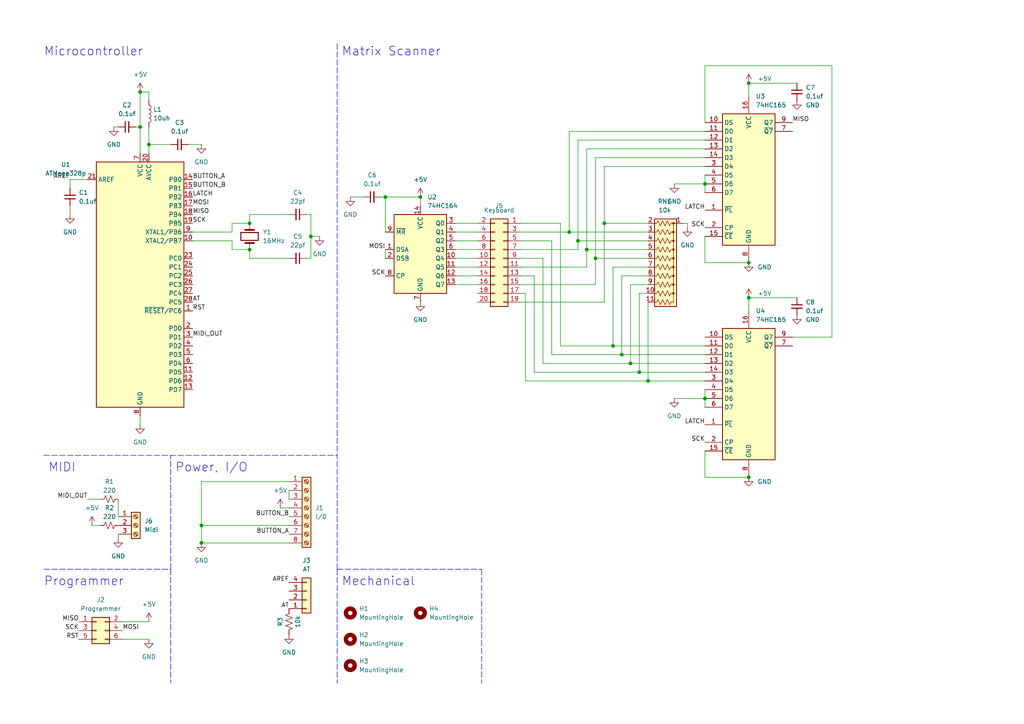
<source format=kicad_sch>
(kicad_sch (version 20211123) (generator eeschema)
  (paper "A4")
  (lib_symbols
    (symbol "4ms_Power-symbol:GND" (power) (pin_names (offset 0))
      (property "Value" "GND" (at 0 -3.81 0))
      (symbol "GND_0_1"
        (polyline (pts (xy 0 0) (xy 0 -1.27) (xy 1.27 -1.27) (xy 0 -2.54) (xy -1.27 -1.27) (xy 0 -1.27)))
      )
      (symbol "GND_1_1"
        (pin power_in line (at 0 0 270) (length 0) hide (name "GND") (number "1"))
      )
    )
    (symbol "74xx:74HC164"
      (property "Reference" "U" (at 1.905 -13.97 0))
      (property "Value" "74HC164" (at 1.905 -16.51 0))
      (symbol "74HC164_0_1"
        (rectangle (start 7.62 10.16) (end -7.62 -12.7) (stroke (width 0.254)) (fill (type background)))
      )
      (symbol "74HC164_1_1"
        (pin input line (at -10.16 0 0) (length 2.54) (name "DSA") (number "1"))
        (pin output line (at 10.16 -2.54 180) (length 2.54) (name "Q4") (number "10"))
        (pin output line (at 10.16 -5.08 180) (length 2.54) (name "Q5") (number "11"))
        (pin output line (at 10.16 -7.62 180) (length 2.54) (name "Q6") (number "12"))
        (pin output line (at 10.16 -10.16 180) (length 2.54) (name "Q7") (number "13"))
        (pin power_in line (at 0 12.7 270) (length 2.54) (name "VCC") (number "14"))
        (pin input line (at -10.16 -2.54 0) (length 2.54) (name "DSB") (number "2"))
        (pin output line (at 10.16 7.62 180) (length 2.54) (name "Q0") (number "3"))
        (pin output line (at 10.16 5.08 180) (length 2.54) (name "Q1") (number "4"))
        (pin output line (at 10.16 2.54 180) (length 2.54) (name "Q2") (number "5"))
        (pin output line (at 10.16 0 180) (length 2.54) (name "Q3") (number "6"))
        (pin power_in line (at 0 -15.24 90) (length 2.54) (name "GND") (number "7"))
        (pin input line (at -10.16 -7.62 0) (length 2.54) (name "CP") (number "8"))
        (pin input line (at -10.16 5.08 0) (length 2.54) (name "~{MR}") (number "9"))
      )
    )
    (symbol "74xx:74HC165"
      (property "Reference" "U" (at -7.62 19.05 0))
      (property "Value" "74HC165" (at -7.62 -21.59 0))
      (symbol "74HC165_1_0"
        (pin input line (at -12.7 -10.16 0) (length 5.08) (name "~{PL}") (number "1"))
        (pin input line (at -12.7 15.24 0) (length 5.08) (name "DS") (number "10"))
        (pin input line (at -12.7 12.7 0) (length 5.08) (name "D0") (number "11"))
        (pin input line (at -12.7 10.16 0) (length 5.08) (name "D1") (number "12"))
        (pin input line (at -12.7 7.62 0) (length 5.08) (name "D2") (number "13"))
        (pin input line (at -12.7 5.08 0) (length 5.08) (name "D3") (number "14"))
        (pin input line (at -12.7 -17.78 0) (length 5.08) (name "~{CE}") (number "15"))
        (pin power_in line (at 0 22.86 270) (length 5.08) (name "VCC") (number "16"))
        (pin input line (at -12.7 -15.24 0) (length 5.08) (name "CP") (number "2"))
        (pin input line (at -12.7 2.54 0) (length 5.08) (name "D4") (number "3"))
        (pin input line (at -12.7 0 0) (length 5.08) (name "D5") (number "4"))
        (pin input line (at -12.7 -2.54 0) (length 5.08) (name "D6") (number "5"))
        (pin input line (at -12.7 -5.08 0) (length 5.08) (name "D7") (number "6"))
        (pin output line (at 12.7 12.7 180) (length 5.08) (name "~{Q7}") (number "7"))
        (pin power_in line (at 0 -25.4 90) (length 5.08) (name "GND") (number "8"))
        (pin output line (at 12.7 15.24 180) (length 5.08) (name "Q7") (number "9"))
      )
      (symbol "74HC165_1_1"
        (rectangle (start -7.62 17.78) (end 7.62 -20.32) (stroke (width 0.254)) (fill (type background)))
      )
    )
    (symbol "Connector:Screw_Terminal_01x03" (pin_names (offset 1.016) hide)
      (property "Reference" "J" (at 0 5.08 0))
      (property "Value" "Screw_Terminal_01x03" (at 0 -5.08 0))
      (symbol "Screw_Terminal_01x03_1_1"
        (rectangle (start -1.27 3.81) (end 1.27 -3.81) (stroke (width 0.254)) (fill (type background)))
        (circle (center 0 -2.54) (radius 0.635) (stroke (width 0.1524)))
        (polyline (pts (xy -0.5334 -2.2098) (xy 0.3302 -3.048)) (stroke (width 0.1524)))
        (polyline (pts (xy -0.5334 0.3302) (xy 0.3302 -0.508)) (stroke (width 0.1524)))
        (polyline (pts (xy -0.5334 2.8702) (xy 0.3302 2.032)) (stroke (width 0.1524)))
        (polyline (pts (xy -0.3556 -2.032) (xy 0.508 -2.8702)) (stroke (width 0.1524)))
        (polyline (pts (xy -0.3556 0.508) (xy 0.508 -0.3302)) (stroke (width 0.1524)))
        (polyline (pts (xy -0.3556 3.048) (xy 0.508 2.2098)) (stroke (width 0.1524)))
        (circle (center 0 0) (radius 0.635) (stroke (width 0.1524)))
        (circle (center 0 2.54) (radius 0.635) (stroke (width 0.1524)))
        (pin passive line (at -5.08 2.54 0) (length 3.81) (name "Pin_1") (number "1"))
        (pin passive line (at -5.08 0 0) (length 3.81) (name "Pin_2") (number "2"))
        (pin passive line (at -5.08 -2.54 0) (length 3.81) (name "Pin_3") (number "3"))
      )
    )
    (symbol "Connector:Screw_Terminal_01x08" (pin_names (offset 1.016) hide)
      (property "Reference" "J" (at 0 10.16 0))
      (property "Value" "Screw_Terminal_01x08" (at 0 -12.7 0))
      (symbol "Screw_Terminal_01x08_1_1"
        (rectangle (start -1.27 8.89) (end 1.27 -11.43) (stroke (width 0.254)) (fill (type background)))
        (circle (center 0 -10.16) (radius 0.635) (stroke (width 0.1524)))
        (circle (center 0 -7.62) (radius 0.635) (stroke (width 0.1524)))
        (circle (center 0 -5.08) (radius 0.635) (stroke (width 0.1524)))
        (circle (center 0 -2.54) (radius 0.635) (stroke (width 0.1524)))
        (polyline (pts (xy -0.5334 -9.8298) (xy 0.3302 -10.668)) (stroke (width 0.1524)))
        (polyline (pts (xy -0.5334 -7.2898) (xy 0.3302 -8.128)) (stroke (width 0.1524)))
        (polyline (pts (xy -0.5334 -4.7498) (xy 0.3302 -5.588)) (stroke (width 0.1524)))
        (polyline (pts (xy -0.5334 -2.2098) (xy 0.3302 -3.048)) (stroke (width 0.1524)))
        (polyline (pts (xy -0.5334 0.3302) (xy 0.3302 -0.508)) (stroke (width 0.1524)))
        (polyline (pts (xy -0.5334 2.8702) (xy 0.3302 2.032)) (stroke (width 0.1524)))
        (polyline (pts (xy -0.5334 5.4102) (xy 0.3302 4.572)) (stroke (width 0.1524)))
        (polyline (pts (xy -0.5334 7.9502) (xy 0.3302 7.112)) (stroke (width 0.1524)))
        (polyline (pts (xy -0.3556 -9.652) (xy 0.508 -10.4902)) (stroke (width 0.1524)))
        (polyline (pts (xy -0.3556 -7.112) (xy 0.508 -7.9502)) (stroke (width 0.1524)))
        (polyline (pts (xy -0.3556 -4.572) (xy 0.508 -5.4102)) (stroke (width 0.1524)))
        (polyline (pts (xy -0.3556 -2.032) (xy 0.508 -2.8702)) (stroke (width 0.1524)))
        (polyline (pts (xy -0.3556 0.508) (xy 0.508 -0.3302)) (stroke (width 0.1524)))
        (polyline (pts (xy -0.3556 3.048) (xy 0.508 2.2098)) (stroke (width 0.1524)))
        (polyline (pts (xy -0.3556 5.588) (xy 0.508 4.7498)) (stroke (width 0.1524)))
        (polyline (pts (xy -0.3556 8.128) (xy 0.508 7.2898)) (stroke (width 0.1524)))
        (circle (center 0 0) (radius 0.635) (stroke (width 0.1524)))
        (circle (center 0 2.54) (radius 0.635) (stroke (width 0.1524)))
        (circle (center 0 5.08) (radius 0.635) (stroke (width 0.1524)))
        (circle (center 0 7.62) (radius 0.635) (stroke (width 0.1524)))
        (pin passive line (at -5.08 7.62 0) (length 3.81) (name "Pin_1") (number "1"))
        (pin passive line (at -5.08 5.08 0) (length 3.81) (name "Pin_2") (number "2"))
        (pin passive line (at -5.08 2.54 0) (length 3.81) (name "Pin_3") (number "3"))
        (pin passive line (at -5.08 0 0) (length 3.81) (name "Pin_4") (number "4"))
        (pin passive line (at -5.08 -2.54 0) (length 3.81) (name "Pin_5") (number "5"))
        (pin passive line (at -5.08 -5.08 0) (length 3.81) (name "Pin_6") (number "6"))
        (pin passive line (at -5.08 -7.62 0) (length 3.81) (name "Pin_7") (number "7"))
        (pin passive line (at -5.08 -10.16 0) (length 3.81) (name "Pin_8") (number "8"))
      )
    )
    (symbol "Connector_Generic:Conn_01x04" (pin_names (offset 1.016) hide)
      (property "Reference" "J" (at 0 5.08 0))
      (property "Value" "Conn_01x04" (at 0 -7.62 0))
      (symbol "Conn_01x04_1_1"
        (rectangle (start -1.27 -4.953) (end 0 -5.207) (stroke (width 0.1524)))
        (rectangle (start -1.27 -2.413) (end 0 -2.667) (stroke (width 0.1524)))
        (rectangle (start -1.27 0.127) (end 0 -0.127) (stroke (width 0.1524)))
        (rectangle (start -1.27 2.667) (end 0 2.413) (stroke (width 0.1524)))
        (rectangle (start -1.27 3.81) (end 1.27 -6.35) (stroke (width 0.254)) (fill (type background)))
        (pin passive line (at -5.08 2.54 0) (length 3.81) (name "Pin_1") (number "1"))
        (pin passive line (at -5.08 0 0) (length 3.81) (name "Pin_2") (number "2"))
        (pin passive line (at -5.08 -2.54 0) (length 3.81) (name "Pin_3") (number "3"))
        (pin passive line (at -5.08 -5.08 0) (length 3.81) (name "Pin_4") (number "4"))
      )
    )
    (symbol "Connector_Generic:Conn_02x03_Odd_Even" (pin_names (offset 1.016) hide)
      (property "Reference" "J" (at 1.27 5.08 0))
      (property "Value" "Conn_02x03_Odd_Even" (at 1.27 -5.08 0))
      (symbol "Conn_02x03_Odd_Even_1_1"
        (rectangle (start -1.27 -2.413) (end 0 -2.667) (stroke (width 0.1524)))
        (rectangle (start -1.27 0.127) (end 0 -0.127) (stroke (width 0.1524)))
        (rectangle (start -1.27 2.667) (end 0 2.413) (stroke (width 0.1524)))
        (rectangle (start -1.27 3.81) (end 3.81 -3.81) (stroke (width 0.254)) (fill (type background)))
        (rectangle (start 3.81 -2.413) (end 2.54 -2.667) (stroke (width 0.1524)))
        (rectangle (start 3.81 0.127) (end 2.54 -0.127) (stroke (width 0.1524)))
        (rectangle (start 3.81 2.667) (end 2.54 2.413) (stroke (width 0.1524)))
        (pin passive line (at -5.08 2.54 0) (length 3.81) (name "Pin_1") (number "1"))
        (pin passive line (at 7.62 2.54 180) (length 3.81) (name "Pin_2") (number "2"))
        (pin passive line (at -5.08 0 0) (length 3.81) (name "Pin_3") (number "3"))
        (pin passive line (at 7.62 0 180) (length 3.81) (name "Pin_4") (number "4"))
        (pin passive line (at -5.08 -2.54 0) (length 3.81) (name "Pin_5") (number "5"))
        (pin passive line (at 7.62 -2.54 180) (length 3.81) (name "Pin_6") (number "6"))
      )
    )
    (symbol "Connector_Generic:Conn_02x10_Odd_Even" (pin_names (offset 1.016) hide)
      (property "Reference" "J" (at 1.27 12.7 0))
      (property "Value" "Conn_02x10_Odd_Even" (at 1.27 -15.24 0))
      (symbol "Conn_02x10_Odd_Even_1_1"
        (rectangle (start -1.27 -12.573) (end 0 -12.827) (stroke (width 0.1524)))
        (rectangle (start -1.27 -10.033) (end 0 -10.287) (stroke (width 0.1524)))
        (rectangle (start -1.27 -7.493) (end 0 -7.747) (stroke (width 0.1524)))
        (rectangle (start -1.27 -4.953) (end 0 -5.207) (stroke (width 0.1524)))
        (rectangle (start -1.27 -2.413) (end 0 -2.667) (stroke (width 0.1524)))
        (rectangle (start -1.27 0.127) (end 0 -0.127) (stroke (width 0.1524)))
        (rectangle (start -1.27 2.667) (end 0 2.413) (stroke (width 0.1524)))
        (rectangle (start -1.27 5.207) (end 0 4.953) (stroke (width 0.1524)))
        (rectangle (start -1.27 7.747) (end 0 7.493) (stroke (width 0.1524)))
        (rectangle (start -1.27 10.287) (end 0 10.033) (stroke (width 0.1524)))
        (rectangle (start -1.27 11.43) (end 3.81 -13.97) (stroke (width 0.254)) (fill (type background)))
        (rectangle (start 3.81 -12.573) (end 2.54 -12.827) (stroke (width 0.1524)))
        (rectangle (start 3.81 -10.033) (end 2.54 -10.287) (stroke (width 0.1524)))
        (rectangle (start 3.81 -7.493) (end 2.54 -7.747) (stroke (width 0.1524)))
        (rectangle (start 3.81 -4.953) (end 2.54 -5.207) (stroke (width 0.1524)))
        (rectangle (start 3.81 -2.413) (end 2.54 -2.667) (stroke (width 0.1524)))
        (rectangle (start 3.81 0.127) (end 2.54 -0.127) (stroke (width 0.1524)))
        (rectangle (start 3.81 2.667) (end 2.54 2.413) (stroke (width 0.1524)))
        (rectangle (start 3.81 5.207) (end 2.54 4.953) (stroke (width 0.1524)))
        (rectangle (start 3.81 7.747) (end 2.54 7.493) (stroke (width 0.1524)))
        (rectangle (start 3.81 10.287) (end 2.54 10.033) (stroke (width 0.1524)))
        (pin passive line (at -5.08 10.16 0) (length 3.81) (name "Pin_1") (number "1"))
        (pin passive line (at 7.62 0 180) (length 3.81) (name "Pin_10") (number "10"))
        (pin passive line (at -5.08 -2.54 0) (length 3.81) (name "Pin_11") (number "11"))
        (pin passive line (at 7.62 -2.54 180) (length 3.81) (name "Pin_12") (number "12"))
        (pin passive line (at -5.08 -5.08 0) (length 3.81) (name "Pin_13") (number "13"))
        (pin passive line (at 7.62 -5.08 180) (length 3.81) (name "Pin_14") (number "14"))
        (pin passive line (at -5.08 -7.62 0) (length 3.81) (name "Pin_15") (number "15"))
        (pin passive line (at 7.62 -7.62 180) (length 3.81) (name "Pin_16") (number "16"))
        (pin passive line (at -5.08 -10.16 0) (length 3.81) (name "Pin_17") (number "17"))
        (pin passive line (at 7.62 -10.16 180) (length 3.81) (name "Pin_18") (number "18"))
        (pin passive line (at -5.08 -12.7 0) (length 3.81) (name "Pin_19") (number "19"))
        (pin passive line (at 7.62 10.16 180) (length 3.81) (name "Pin_2") (number "2"))
        (pin passive line (at 7.62 -12.7 180) (length 3.81) (name "Pin_20") (number "20"))
        (pin passive line (at -5.08 7.62 0) (length 3.81) (name "Pin_3") (number "3"))
        (pin passive line (at 7.62 7.62 180) (length 3.81) (name "Pin_4") (number "4"))
        (pin passive line (at -5.08 5.08 0) (length 3.81) (name "Pin_5") (number "5"))
        (pin passive line (at 7.62 5.08 180) (length 3.81) (name "Pin_6") (number "6"))
        (pin passive line (at -5.08 2.54 0) (length 3.81) (name "Pin_7") (number "7"))
        (pin passive line (at 7.62 2.54 180) (length 3.81) (name "Pin_8") (number "8"))
        (pin passive line (at -5.08 0 0) (length 3.81) (name "Pin_9") (number "9"))
      )
    )
    (symbol "Device:C_Small" (pin_numbers hide) (pin_names (offset 0.254) hide)
      (property "Reference" "C" (at 0.254 1.778 0))
      (property "Value" "C_Small" (at 0.254 -2.032 0))
      (symbol "C_Small_0_1"
        (polyline (pts (xy -1.524 -0.508) (xy 1.524 -0.508)) (stroke (width 0.3302)))
        (polyline (pts (xy -1.524 0.508) (xy 1.524 0.508)) (stroke (width 0.3048)))
      )
      (symbol "C_Small_1_1"
        (pin passive line (at 0 2.54 270) (length 2.032) (name "~") (number "1"))
        (pin passive line (at 0 -2.54 90) (length 2.032) (name "~") (number "2"))
      )
    )
    (symbol "Device:Crystal" (pin_numbers hide) (pin_names (offset 1.016) hide)
      (property "Reference" "Y" (at 0 3.81 0))
      (property "Value" "Crystal" (at 0 -3.81 0))
      (symbol "Crystal_0_1"
        (rectangle (start -1.143 2.54) (end 1.143 -2.54) (stroke (width 0.3048)))
        (polyline (pts (xy -2.54 0) (xy -1.905 0)))
        (polyline (pts (xy -1.905 -1.27) (xy -1.905 1.27)) (stroke (width 0.508)))
        (polyline (pts (xy 1.905 -1.27) (xy 1.905 1.27)) (stroke (width 0.508)))
        (polyline (pts (xy 2.54 0) (xy 1.905 0)))
      )
      (symbol "Crystal_1_1"
        (pin passive line (at -3.81 0 0) (length 1.27) (name "1") (number "1"))
        (pin passive line (at 3.81 0 180) (length 1.27) (name "2") (number "2"))
      )
    )
    (symbol "Device:L" (pin_numbers hide) (pin_names (offset 1.016) hide)
      (property "Reference" "L" (at -1.27 0 90))
      (property "Value" "L" (at 1.905 0 90))
      (symbol "L_0_1"
        (arc (start 0 -2.54) (mid 0.635 -1.905) (end 0 -1.27))
        (arc (start 0 -1.27) (mid 0.635 -0.635) (end 0 0))
        (arc (start 0 0) (mid 0.635 0.635) (end 0 1.27))
        (arc (start 0 1.27) (mid 0.635 1.905) (end 0 2.54))
      )
      (symbol "L_1_1"
        (pin passive line (at 0 3.81 270) (length 1.27) (name "1") (number "1"))
        (pin passive line (at 0 -3.81 90) (length 1.27) (name "2") (number "2"))
      )
    )
    (symbol "Device:R_Network10_US" (pin_names (offset 0) hide)
      (property "Reference" "RN" (at -15.24 0 90))
      (property "Value" "R_Network10_US" (at 12.7 0 90))
      (symbol "R_Network10_US_0_1"
        (rectangle (start -13.97 -3.175) (end 11.43 3.175) (stroke (width 0.254)) (fill (type background)))
        (circle (center -12.7 2.286) (radius 0.254) (fill (type outline)))
        (circle (center -10.16 2.286) (radius 0.254) (fill (type outline)))
        (circle (center -7.62 2.286) (radius 0.254) (fill (type outline)))
        (circle (center -5.08 2.286) (radius 0.254) (fill (type outline)))
        (circle (center -2.54 2.286) (radius 0.254) (fill (type outline)))
        (polyline (pts (xy -12.7 2.286) (xy 10.16 2.286)))
        (polyline (pts (xy -12.7 2.286) (xy -12.7 1.524) (xy -11.938 1.1684) (xy -13.462 0.508) (xy -11.938 -0.1524) (xy -13.462 -0.8382) (xy -11.938 -1.524) (xy -13.462 -2.1844) (xy -12.7 -2.54) (xy -12.7 -3.81)))
        (polyline (pts (xy -10.16 2.286) (xy -10.16 1.524) (xy -9.398 1.1684) (xy -10.922 0.508) (xy -9.398 -0.1524) (xy -10.922 -0.8382) (xy -9.398 -1.524) (xy -10.922 -2.1844) (xy -10.16 -2.54) (xy -10.16 -3.81)))
        (polyline (pts (xy -7.62 2.286) (xy -7.62 1.524) (xy -6.858 1.1684) (xy -8.382 0.508) (xy -6.858 -0.1524) (xy -8.382 -0.8382) (xy -6.858 -1.524) (xy -8.382 -2.1844) (xy -7.62 -2.54) (xy -7.62 -3.81)))
        (polyline (pts (xy -5.08 2.286) (xy -5.08 1.524) (xy -4.318 1.1684) (xy -5.842 0.508) (xy -4.318 -0.1524) (xy -5.842 -0.8382) (xy -4.318 -1.524) (xy -5.842 -2.1844) (xy -5.08 -2.54) (xy -5.08 -3.81)))
        (polyline (pts (xy -2.54 2.286) (xy -2.54 1.524) (xy -1.778 1.1684) (xy -3.302 0.508) (xy -1.778 -0.1524) (xy -3.302 -0.8382) (xy -1.778 -1.524) (xy -3.302 -2.1844) (xy -2.54 -2.54) (xy -2.54 -3.81)))
        (polyline (pts (xy 0 2.286) (xy 0 1.524) (xy 0.762 1.1684) (xy -0.762 0.508) (xy 0.762 -0.1524) (xy -0.762 -0.8382) (xy 0.762 -1.524) (xy -0.762 -2.1844) (xy 0 -2.54) (xy 0 -3.81)))
        (polyline (pts (xy 2.54 2.286) (xy 2.54 1.524) (xy 3.302 1.1684) (xy 1.778 0.508) (xy 3.302 -0.1524) (xy 1.778 -0.8382) (xy 3.302 -1.524) (xy 1.778 -2.1844) (xy 2.54 -2.54) (xy 2.54 -3.81)))
        (polyline (pts (xy 5.08 2.286) (xy 5.08 1.524) (xy 5.842 1.1684) (xy 4.318 0.508) (xy 5.842 -0.1524) (xy 4.318 -0.8382) (xy 5.842 -1.524) (xy 4.318 -2.1844) (xy 5.08 -2.54) (xy 5.08 -3.81)))
        (polyline (pts (xy 7.62 2.286) (xy 7.62 1.524) (xy 8.382 1.1684) (xy 6.858 0.508) (xy 8.382 -0.1524) (xy 6.858 -0.8382) (xy 8.382 -1.524) (xy 6.858 -2.1844) (xy 7.62 -2.54) (xy 7.62 -3.81)))
        (polyline (pts (xy 10.16 2.286) (xy 10.16 1.524) (xy 10.922 1.1684) (xy 9.398 0.508) (xy 10.922 -0.1524) (xy 9.398 -0.8382) (xy 10.922 -1.524) (xy 9.398 -2.1844) (xy 10.16 -2.54) (xy 10.16 -3.81)))
        (circle (center 0 2.286) (radius 0.254) (fill (type outline)))
        (circle (center 2.54 2.286) (radius 0.254) (fill (type outline)))
        (circle (center 5.08 2.286) (radius 0.254) (fill (type outline)))
        (circle (center 7.62 2.286) (radius 0.254) (fill (type outline)))
      )
      (symbol "R_Network10_US_1_1"
        (pin passive line (at -12.7 5.08 270) (length 2.54) (name "common") (number "1"))
        (pin passive line (at 7.62 -5.08 90) (length 1.27) (name "R9") (number "10"))
        (pin passive line (at 10.16 -5.08 90) (length 1.27) (name "R10") (number "11"))
        (pin passive line (at -12.7 -5.08 90) (length 1.27) (name "R1") (number "2"))
        (pin passive line (at -10.16 -5.08 90) (length 1.27) (name "R2") (number "3"))
        (pin passive line (at -7.62 -5.08 90) (length 1.27) (name "R3") (number "4"))
        (pin passive line (at -5.08 -5.08 90) (length 1.27) (name "R4") (number "5"))
        (pin passive line (at -2.54 -5.08 90) (length 1.27) (name "R5") (number "6"))
        (pin passive line (at 0 -5.08 90) (length 1.27) (name "R6") (number "7"))
        (pin passive line (at 2.54 -5.08 90) (length 1.27) (name "R7") (number "8"))
        (pin passive line (at 5.08 -5.08 90) (length 1.27) (name "R8") (number "9"))
      )
    )
    (symbol "Device:R_Small_US" (pin_numbers hide) (pin_names (offset 0.254) hide)
      (property "Reference" "R" (at 0.762 0.508 0))
      (property "Value" "R_Small_US" (at 0.762 -1.016 0))
      (symbol "R_Small_US_1_1"
        (polyline (pts (xy 0 0) (xy 1.016 -0.381) (xy 0 -0.762) (xy -1.016 -1.143) (xy 0 -1.524)))
        (polyline (pts (xy 0 1.524) (xy 1.016 1.143) (xy 0 0.762) (xy -1.016 0.381) (xy 0 0)))
        (pin passive line (at 0 2.54 270) (length 1.016) (name "~") (number "1"))
        (pin passive line (at 0 -2.54 90) (length 1.016) (name "~") (number "2"))
      )
    )
    (symbol "Device:R_US" (pin_numbers hide) (pin_names (offset 0))
      (property "Reference" "R" (at 2.54 0 90))
      (property "Value" "R_US" (at -2.54 0 90))
      (symbol "R_US_0_1"
        (polyline (pts (xy 0 -2.286) (xy 0 -2.54)))
        (polyline (pts (xy 0 2.286) (xy 0 2.54)))
        (polyline (pts (xy 0 -0.762) (xy 1.016 -1.143) (xy 0 -1.524) (xy -1.016 -1.905) (xy 0 -2.286)))
        (polyline (pts (xy 0 0.762) (xy 1.016 0.381) (xy 0 0) (xy -1.016 -0.381) (xy 0 -0.762)))
        (polyline (pts (xy 0 2.286) (xy 1.016 1.905) (xy 0 1.524) (xy -1.016 1.143) (xy 0 0.762)))
      )
      (symbol "R_US_1_1"
        (pin passive line (at 0 3.81 270) (length 1.27) (name "~") (number "1"))
        (pin passive line (at 0 -3.81 90) (length 1.27) (name "~") (number "2"))
      )
    )
    (symbol "MCU_Microchip_ATmega:ATmega328P-P"
      (property "Reference" "U" (at -12.7 36.83 0))
      (property "Value" "ATmega328P-P" (at 2.54 -36.83 0))
      (symbol "ATmega328P-P_0_1"
        (rectangle (start -12.7 -35.56) (end 12.7 35.56) (stroke (width 0.254)) (fill (type background)))
      )
      (symbol "ATmega328P-P_1_1"
        (pin bidirectional line (at 15.24 -7.62 180) (length 2.54) (name "~{RESET}/PC6") (number "1"))
        (pin bidirectional line (at 15.24 12.7 180) (length 2.54) (name "XTAL2/PB7") (number "10"))
        (pin bidirectional line (at 15.24 -25.4 180) (length 2.54) (name "PD5") (number "11"))
        (pin bidirectional line (at 15.24 -27.94 180) (length 2.54) (name "PD6") (number "12"))
        (pin bidirectional line (at 15.24 -30.48 180) (length 2.54) (name "PD7") (number "13"))
        (pin bidirectional line (at 15.24 30.48 180) (length 2.54) (name "PB0") (number "14"))
        (pin bidirectional line (at 15.24 27.94 180) (length 2.54) (name "PB1") (number "15"))
        (pin bidirectional line (at 15.24 25.4 180) (length 2.54) (name "PB2") (number "16"))
        (pin bidirectional line (at 15.24 22.86 180) (length 2.54) (name "PB3") (number "17"))
        (pin bidirectional line (at 15.24 20.32 180) (length 2.54) (name "PB4") (number "18"))
        (pin bidirectional line (at 15.24 17.78 180) (length 2.54) (name "PB5") (number "19"))
        (pin bidirectional line (at 15.24 -12.7 180) (length 2.54) (name "PD0") (number "2"))
        (pin power_in line (at 2.54 38.1 270) (length 2.54) (name "AVCC") (number "20"))
        (pin passive line (at -15.24 30.48 0) (length 2.54) (name "AREF") (number "21"))
        (pin passive line (at 0 -38.1 90) (length 2.54) hide (name "GND") (number "22"))
        (pin bidirectional line (at 15.24 7.62 180) (length 2.54) (name "PC0") (number "23"))
        (pin bidirectional line (at 15.24 5.08 180) (length 2.54) (name "PC1") (number "24"))
        (pin bidirectional line (at 15.24 2.54 180) (length 2.54) (name "PC2") (number "25"))
        (pin bidirectional line (at 15.24 0 180) (length 2.54) (name "PC3") (number "26"))
        (pin bidirectional line (at 15.24 -2.54 180) (length 2.54) (name "PC4") (number "27"))
        (pin bidirectional line (at 15.24 -5.08 180) (length 2.54) (name "PC5") (number "28"))
        (pin bidirectional line (at 15.24 -15.24 180) (length 2.54) (name "PD1") (number "3"))
        (pin bidirectional line (at 15.24 -17.78 180) (length 2.54) (name "PD2") (number "4"))
        (pin bidirectional line (at 15.24 -20.32 180) (length 2.54) (name "PD3") (number "5"))
        (pin bidirectional line (at 15.24 -22.86 180) (length 2.54) (name "PD4") (number "6"))
        (pin power_in line (at 0 38.1 270) (length 2.54) (name "VCC") (number "7"))
        (pin power_in line (at 0 -38.1 90) (length 2.54) (name "GND") (number "8"))
        (pin bidirectional line (at 15.24 15.24 180) (length 2.54) (name "XTAL1/PB6") (number "9"))
      )
    )
    (symbol "Mechanical:MountingHole" (pin_names (offset 1.016))
      (property "Reference" "H" (at 0 5.08 0))
      (property "Value" "MountingHole" (at 0 3.175 0))
      (symbol "MountingHole_0_1"
        (circle (center 0 0) (radius 1.27) (stroke (width 1.27)))
      )
    )
    (symbol "power:+5V" (power) (pin_names (offset 0))
      (property "Value" "+5V" (at 0 3.556 0))
      (symbol "+5V_0_1"
        (polyline (pts (xy -0.762 1.27) (xy 0 2.54)))
        (polyline (pts (xy 0 0) (xy 0 2.54)))
        (polyline (pts (xy 0 2.54) (xy 0.762 1.27)))
      )
      (symbol "+5V_1_1"
        (pin power_in line (at 0 0 90) (length 0) hide (name "+5V") (number "1"))
      )
    )
    (symbol "power:GND" (power) (pin_names (offset 0))
      (property "Value" "GND" (at 0 -3.81 0))
      (symbol "GND_0_1"
        (polyline (pts (xy 0 0) (xy 0 -1.27) (xy 1.27 -1.27) (xy 0 -2.54) (xy -1.27 -1.27) (xy 0 -1.27)))
      )
      (symbol "GND_1_1"
        (pin power_in line (at 0 0 270) (length 0) hide (name "GND") (number "1"))
      )
    )
  )
  (junction (at 167.64 69.85))
  (junction (at 40.64 36.83))
  (junction (at 182.88 105.41))
  (junction (at 72.39 64.77))
  (junction (at 217.17 86.36))
  (junction (at 111.76 57.15))
  (junction (at 43.18 41.91))
  (junction (at 180.34 102.87))
  (junction (at 217.17 24.13))
  (junction (at 121.92 57.15))
  (junction (at 90.17 68.58))
  (junction (at 185.42 107.95))
  (junction (at 177.8 100.33))
  (junction (at 58.42 152.4))
  (junction (at 217.17 76.2))
  (junction (at 40.64 26.67))
  (junction (at 175.26 64.77))
  (junction (at 172.72 74.93))
  (junction (at 170.18 72.39))
  (junction (at 72.39 72.39))
  (junction (at 204.47 53.34))
  (junction (at 165.1 67.31))
  (junction (at 217.17 138.43))
  (junction (at 187.96 110.49))
  (junction (at 204.47 115.57))
  (junction (at 58.42 157.48))
  (polyline (pts (xy 97.79 165.1) (xy 139.7 165.1)))
  (wire (pts (xy 162.56 64.77) (xy 162.56 100.33)))
  (wire (pts (xy 35.56 180.34) (xy 43.18 180.34)))
  (polyline (pts (xy 97.79 12.7) (xy 97.79 132.08)))
  (wire (pts (xy 199.39 64.77) (xy 198.12 64.77)))
  (wire (pts (xy 167.64 69.85) (xy 167.64 72.39)))
  (wire (pts (xy 170.18 72.39) (xy 170.18 77.47)))
  (wire (pts (xy 101.6 57.15) (xy 105.41 57.15)))
  (wire (pts (xy 132.08 74.93) (xy 138.43 74.93)))
  (wire (pts (xy 204.47 115.57) (xy 204.47 118.11)))
  (wire (pts (xy 177.8 77.47) (xy 177.8 100.33)))
  (wire (pts (xy 72.39 72.39) (xy 72.39 74.93)))
  (wire (pts (xy 90.17 68.58) (xy 92.71 68.58)))
  (wire (pts (xy 67.31 67.31) (xy 67.31 64.77)))
  (wire (pts (xy 39.37 36.83) (xy 40.64 36.83)))
  (wire (pts (xy 152.4 85.09) (xy 151.13 85.09)))
  (wire (pts (xy 35.56 185.42) (xy 43.18 185.42)))
  (wire (pts (xy 175.26 48.26) (xy 204.47 48.26)))
  (wire (pts (xy 172.72 45.72) (xy 172.72 74.93)))
  (wire (pts (xy 20.32 52.07) (xy 20.32 54.61)))
  (wire (pts (xy 67.31 72.39) (xy 72.39 72.39)))
  (wire (pts (xy 175.26 48.26) (xy 175.26 64.77)))
  (wire (pts (xy 170.18 72.39) (xy 187.96 72.39)))
  (wire (pts (xy 90.17 68.58) (xy 90.17 74.93)))
  (wire (pts (xy 83.82 139.7) (xy 58.42 139.7)))
  (wire (pts (xy 177.8 100.33) (xy 204.47 100.33)))
  (wire (pts (xy 204.47 53.34) (xy 204.47 55.88)))
  (wire (pts (xy 195.58 53.34) (xy 204.47 53.34)))
  (wire (pts (xy 204.47 19.05) (xy 204.47 35.56)))
  (wire (pts (xy 151.13 80.01) (xy 154.94 80.01)))
  (wire (pts (xy 162.56 100.33) (xy 177.8 100.33)))
  (wire (pts (xy 58.42 152.4) (xy 83.82 152.4)))
  (wire (pts (xy 241.3 19.05) (xy 204.47 19.05)))
  (wire (pts (xy 151.13 64.77) (xy 162.56 64.77)))
  (wire (pts (xy 43.18 41.91) (xy 43.18 44.45)))
  (wire (pts (xy 151.13 74.93) (xy 157.48 74.93)))
  (wire (pts (xy 185.42 107.95) (xy 204.47 107.95)))
  (wire (pts (xy 26.67 152.4) (xy 29.21 152.4)))
  (wire (pts (xy 182.88 105.41) (xy 204.47 105.41)))
  (wire (pts (xy 33.02 36.83) (xy 34.29 36.83)))
  (wire (pts (xy 132.08 77.47) (xy 138.43 77.47)))
  (wire (pts (xy 217.17 86.36) (xy 217.17 90.17)))
  (wire (pts (xy 182.88 82.55) (xy 182.88 105.41)))
  (wire (pts (xy 204.47 50.8) (xy 204.47 53.34)))
  (wire (pts (xy 72.39 74.93) (xy 83.82 74.93)))
  (wire (pts (xy 40.64 120.65) (xy 40.64 123.19)))
  (wire (pts (xy 241.3 19.05) (xy 241.3 97.79)))
  (polyline (pts (xy 49.53 165.1) (xy 49.53 198.12)))
  (wire (pts (xy 25.4 144.78) (xy 29.21 144.78)))
  (wire (pts (xy 175.26 64.77) (xy 175.26 87.63)))
  (wire (pts (xy 151.13 87.63) (xy 175.26 87.63)))
  (wire (pts (xy 34.29 156.21) (xy 34.29 154.94)))
  (wire (pts (xy 40.64 26.67) (xy 40.64 36.83)))
  (wire (pts (xy 165.1 38.1) (xy 204.47 38.1)))
  (wire (pts (xy 217.17 24.13) (xy 217.17 27.94)))
  (wire (pts (xy 43.18 26.67) (xy 43.18 29.21)))
  (wire (pts (xy 132.08 82.55) (xy 138.43 82.55)))
  (polyline (pts (xy 12.7 132.08) (xy 97.79 132.08)))
  (wire (pts (xy 72.39 62.23) (xy 83.82 62.23)))
  (wire (pts (xy 187.96 110.49) (xy 204.47 110.49)))
  (polyline (pts (xy 97.79 165.1) (xy 97.79 132.08)))
  (wire (pts (xy 67.31 64.77) (xy 72.39 64.77)))
  (wire (pts (xy 90.17 62.23) (xy 88.9 62.23)))
  (wire (pts (xy 187.96 77.47) (xy 177.8 77.47)))
  (wire (pts (xy 43.18 41.91) (xy 49.53 41.91)))
  (wire (pts (xy 160.02 69.85) (xy 160.02 102.87)))
  (wire (pts (xy 152.4 85.09) (xy 152.4 110.49)))
  (wire (pts (xy 121.92 59.69) (xy 121.92 57.15)))
  (wire (pts (xy 58.42 152.4) (xy 58.42 157.48)))
  (wire (pts (xy 83.82 142.24) (xy 83.82 144.78)))
  (polyline (pts (xy 49.53 165.1) (xy 49.53 132.08)))
  (wire (pts (xy 185.42 85.09) (xy 185.42 107.95)))
  (wire (pts (xy 132.08 72.39) (xy 138.43 72.39)))
  (wire (pts (xy 81.28 147.32) (xy 83.82 147.32)))
  (wire (pts (xy 152.4 110.49) (xy 187.96 110.49)))
  (wire (pts (xy 157.48 74.93) (xy 157.48 105.41)))
  (wire (pts (xy 165.1 67.31) (xy 187.96 67.31)))
  (wire (pts (xy 167.64 40.64) (xy 204.47 40.64)))
  (wire (pts (xy 55.88 67.31) (xy 67.31 67.31)))
  (wire (pts (xy 187.96 82.55) (xy 182.88 82.55)))
  (wire (pts (xy 20.32 59.69) (xy 20.32 62.23)))
  (polyline (pts (xy 97.79 165.1) (xy 97.79 198.12)))
  (wire (pts (xy 58.42 157.48) (xy 83.82 157.48)))
  (wire (pts (xy 180.34 102.87) (xy 204.47 102.87)))
  (wire (pts (xy 204.47 130.81) (xy 204.47 138.43)))
  (wire (pts (xy 199.39 66.04) (xy 199.39 64.77)))
  (wire (pts (xy 55.88 69.85) (xy 67.31 69.85)))
  (wire (pts (xy 170.18 43.18) (xy 204.47 43.18)))
  (wire (pts (xy 72.39 64.77) (xy 72.39 62.23)))
  (wire (pts (xy 111.76 57.15) (xy 111.76 67.31)))
  (wire (pts (xy 157.48 105.41) (xy 182.88 105.41)))
  (wire (pts (xy 132.08 67.31) (xy 138.43 67.31)))
  (wire (pts (xy 40.64 36.83) (xy 40.64 44.45)))
  (wire (pts (xy 167.64 69.85) (xy 187.96 69.85)))
  (wire (pts (xy 165.1 38.1) (xy 165.1 67.31)))
  (wire (pts (xy 58.42 139.7) (xy 58.42 152.4)))
  (wire (pts (xy 204.47 68.58) (xy 204.47 76.2)))
  (wire (pts (xy 204.47 113.03) (xy 204.47 115.57)))
  (wire (pts (xy 204.47 138.43) (xy 217.17 138.43)))
  (wire (pts (xy 40.64 26.67) (xy 43.18 26.67)))
  (wire (pts (xy 180.34 80.01) (xy 180.34 102.87)))
  (wire (pts (xy 241.3 97.79) (xy 229.87 97.79)))
  (wire (pts (xy 175.26 64.77) (xy 187.96 64.77)))
  (wire (pts (xy 111.76 57.15) (xy 110.49 57.15)))
  (wire (pts (xy 172.72 74.93) (xy 187.96 74.93)))
  (wire (pts (xy 160.02 102.87) (xy 180.34 102.87)))
  (wire (pts (xy 90.17 62.23) (xy 90.17 68.58)))
  (wire (pts (xy 154.94 107.95) (xy 185.42 107.95)))
  (wire (pts (xy 151.13 69.85) (xy 160.02 69.85)))
  (wire (pts (xy 43.18 36.83) (xy 43.18 41.91)))
  (wire (pts (xy 172.72 74.93) (xy 172.72 82.55)))
  (wire (pts (xy 132.08 64.77) (xy 138.43 64.77)))
  (wire (pts (xy 111.76 72.39) (xy 111.76 74.93)))
  (wire (pts (xy 195.58 115.57) (xy 204.47 115.57)))
  (wire (pts (xy 25.4 52.07) (xy 20.32 52.07)))
  (wire (pts (xy 172.72 45.72) (xy 204.47 45.72)))
  (wire (pts (xy 187.96 87.63) (xy 187.96 110.49)))
  (wire (pts (xy 187.96 85.09) (xy 185.42 85.09)))
  (wire (pts (xy 67.31 69.85) (xy 67.31 72.39)))
  (polyline (pts (xy 12.7 165.1) (xy 49.53 165.1)))
  (wire (pts (xy 132.08 80.01) (xy 138.43 80.01)))
  (wire (pts (xy 170.18 43.18) (xy 170.18 72.39)))
  (wire (pts (xy 217.17 24.13) (xy 231.14 24.13)))
  (wire (pts (xy 187.96 80.01) (xy 180.34 80.01)))
  (wire (pts (xy 151.13 67.31) (xy 165.1 67.31)))
  (wire (pts (xy 90.17 74.93) (xy 88.9 74.93)))
  (wire (pts (xy 204.47 76.2) (xy 217.17 76.2)))
  (wire (pts (xy 154.94 80.01) (xy 154.94 107.95)))
  (wire (pts (xy 132.08 69.85) (xy 138.43 69.85)))
  (wire (pts (xy 151.13 77.47) (xy 170.18 77.47)))
  (wire (pts (xy 167.64 40.64) (xy 167.64 69.85)))
  (wire (pts (xy 54.61 41.91) (xy 58.42 41.91)))
  (wire (pts (xy 121.92 57.15) (xy 111.76 57.15)))
  (polyline (pts (xy 139.7 165.1) (xy 139.7 198.12)))
  (wire (pts (xy 151.13 72.39) (xy 167.64 72.39)))
  (wire (pts (xy 217.17 86.36) (xy 231.14 86.36)))
  (wire (pts (xy 34.29 144.78) (xy 34.29 149.86)))
  (wire (pts (xy 172.72 82.55) (xy 151.13 82.55)))
  (text "Mechanical" (at 99.06 170.18 0) (effects (font (size 2.54 2.54)) (justify left bottom)))
  (text "Matrix Scanner" (at 99.06 16.51 0) (effects (font (size 2.54 2.54)) (justify left bottom)))
  (text "Microcontroller" (at 12.7 16.51 0) (effects (font (size 2.54 2.54)) (justify left bottom)))
  (text "Power, I/O" (at 50.8 137.16 0) (effects (font (size 2.54 2.54)) (justify left bottom)))
  (text "Programmer" (at 12.7 170.18 0) (effects (font (size 2.54 2.54)) (justify left bottom)))
  (text "MIDI" (at 13.97 137.16 0) (effects (font (size 2.54 2.54)) (justify left bottom)))
  (label "BUTTON_A" (at 55.88 52.07 0))
  (label "SCK" (at 204.47 128.27 180))
  (label "LATCH" (at 204.47 123.19 180))
  (label "SCK" (at 55.88 64.77 0))
  (label "SCK" (at 111.76 80.01 180))
  (label "AT" (at 83.82 176.53 180))
  (label "LATCH" (at 204.47 60.96 180))
  (label "RST" (at 55.88 90.17 0))
  (label "BUTTON_B" (at 55.88 54.61 0))
  (label "MIDI_OUT" (at 55.88 97.79 0))
  (label "MOSI" (at 55.88 59.69 0))
  (label "BUTTON_B" (at 83.82 149.86 180))
  (label "SCK" (at 204.47 66.04 180))
  (label "AREF" (at 20.32 52.07 180))
  (label "MIDI_OUT" (at 25.4 144.78 180))
  (label "BUTTON_A" (at 83.82 154.94 180))
  (label "MOSI" (at 35.56 182.88 0))
  (label "SCK" (at 22.86 182.88 180))
  (label "MOSI" (at 111.76 72.39 180))
  (label "AREF" (at 83.82 168.91 180))
  (label "MISO" (at 229.87 35.56 0))
  (label "AT" (at 55.88 87.63 0))
  (label "MISO" (at 22.86 180.34 180))
  (label "LATCH" (at 55.88 57.15 0))
  (label "MISO" (at 55.88 62.23 0))
  (label "RST" (at 22.86 185.42 180))
  (symbol (lib_id "74xx:74HC165") (at 217.17 50.8 0) (unit 1)
    (property "Reference" "U3" (at 219.1894 27.94 0) (effects (justify left)))
    (property "Value" "74HC165" (at 219.1894 30.48 0) (effects (justify left)))
    (property "Footprint" "Package_DIP:DIP-16_W7.62mm_Socket" (effects hide))
    (property "Datasheet" "https://assets.nexperia.com/documents/data-sheet/74HC_HCT165.pdf" (effects hide))
  )
  (symbol (lib_id "Device:R_Small_US") (at 31.75 152.4 90) (unit 1)
    (property "Reference" "R2" (at 31.75 147.32 90))
    (property "Value" "220" (at 31.75 149.86 90))
    (property "Footprint" "Resistor_THT:R_Axial_DIN0207_L6.3mm_D2.5mm_P7.62mm_Horizontal" (effects hide))
  )
  (symbol (lib_id "Device:C_Small") (at 231.14 88.9 0) (unit 1)
    (property "Reference" "C8" (at 233.68 87.6362 0) (effects (justify left)))
    (property "Value" "0.1uf" (at 233.68 90.1762 0) (effects (justify left)))
    (property "Footprint" "Capacitor_THT:C_Disc_D5.0mm_W2.5mm_P2.50mm" (effects hide))
  )
  (symbol (lib_id "4ms_Power-symbol:GND") (at 195.58 115.57 0) (unit 1)
    (property "Reference" "#PWR019" (effects hide))
    (property "Value" "GND" (at 195.58 120.65 0))
  )
  (symbol (lib_id "power:GND") (at 101.6 57.15 0) (unit 1)
    (property "Reference" "#PWR014" (effects hide))
    (property "Value" "GND" (at 101.6 62.23 0))
  )
  (symbol (lib_id "power:GND") (at 20.32 62.23 0) (unit 1)
    (property "Reference" "#PWR01" (effects hide))
    (property "Value" "GND" (at 20.32 67.31 0))
  )
  (symbol (lib_id "Connector:Screw_Terminal_01x08") (at 88.9 147.32 0) (unit 1)
    (property "Reference" "J1" (at 91.44 147.3199 0) (effects (justify left)))
    (property "Value" "I/0" (at 91.44 149.8599 0) (effects (justify left)))
    (property "Footprint" "TerminalBlock_Altech:Altech_AK300_1x08_P5.00mm_45-Degree" (effects hide))
  )
  (symbol (lib_id "Device:C_Small") (at 52.07 41.91 90) (unit 1)
    (property "Reference" "C3" (at 52.0763 35.56 90))
    (property "Value" "0.1uf" (at 52.0763 38.1 90))
    (property "Footprint" "Capacitor_THT:C_Disc_D5.0mm_W2.5mm_P2.50mm" (effects hide))
  )
  (symbol (lib_id "power:+5V") (at 217.17 86.36 0) (unit 1)
    (property "Reference" "#PWR022" (effects hide))
    (property "Value" "+5V" (at 219.71 85.0899 0) (effects (justify left)))
  )
  (symbol (lib_id "Device:C_Small") (at 36.83 36.83 90) (unit 1)
    (property "Reference" "C2" (at 36.8363 30.48 90))
    (property "Value" "0.1uf" (at 36.8363 33.02 90))
    (property "Footprint" "Capacitor_THT:C_Disc_D5.0mm_W2.5mm_P2.50mm" (effects hide))
  )
  (symbol (lib_id "power:+5V") (at 121.92 57.15 0) (unit 1)
    (property "Reference" "#PWR015" (effects hide))
    (property "Value" "+5V" (at 121.92 52.07 0))
  )
  (symbol (lib_id "power:+5V") (at 217.17 24.13 0) (unit 1)
    (property "Reference" "#PWR020" (effects hide))
    (property "Value" "+5V" (at 219.71 22.8599 0) (effects (justify left)))
  )
  (symbol (lib_id "power:GND") (at 231.14 91.44 0) (unit 1)
    (property "Reference" "#PWR025" (effects hide))
    (property "Value" "GND" (at 233.68 92.7099 0) (effects (justify left)))
  )
  (symbol (lib_id "power:GND") (at 83.82 184.15 0) (unit 1)
    (property "Reference" "#PWR0102" (effects hide))
    (property "Value" "GND" (at 83.82 189.23 0))
  )
  (symbol (lib_id "power:GND") (at 92.71 68.58 0) (unit 1)
    (property "Reference" "#PWR013" (effects hide))
    (property "Value" "GND" (at 92.71 73.66 0))
  )
  (symbol (lib_id "Connector_Generic:Conn_02x10_Odd_Even") (at 146.05 74.93 0) (mirror y) (unit 1)
    (property "Reference" "J5" (at 144.78 59.69 0))
    (property "Value" "Keyboard" (at 144.78 60.96 0))
    (property "Footprint" "9-215079-0:TE_9-215079-0" (effects hide))
  )
  (symbol (lib_id "power:GND") (at 58.42 41.91 0) (unit 1)
    (property "Reference" "#PWR09" (effects hide))
    (property "Value" "GND" (at 58.42 46.99 0))
  )
  (symbol (lib_id "74xx:74HC165") (at 217.17 113.03 0) (unit 1)
    (property "Reference" "U4" (at 219.1894 90.17 0) (effects (justify left)))
    (property "Value" "74HC165" (at 219.1894 92.71 0) (effects (justify left)))
    (property "Footprint" "Package_DIP:DIP-16_W7.62mm_Socket" (effects hide))
    (property "Datasheet" "https://assets.nexperia.com/documents/data-sheet/74HC_HCT165.pdf" (effects hide))
  )
  (symbol (lib_id "power:+5V") (at 26.67 152.4 0) (unit 1)
    (property "Reference" "#PWR010" (effects hide))
    (property "Value" "+5V" (at 26.67 147.32 0))
  )
  (symbol (lib_id "power:GND") (at 58.42 157.48 0) (unit 1)
    (property "Reference" "#PWR0101" (effects hide))
    (property "Value" "GND" (at 58.42 162.56 0))
  )
  (symbol (lib_id "power:+5V") (at 40.64 26.67 0) (unit 1)
    (property "Reference" "#PWR04" (effects hide))
    (property "Value" "+5V" (at 40.64 21.59 0))
  )
  (symbol (lib_id "Mechanical:MountingHole") (at 101.6 185.42 0) (unit 1)
    (property "Reference" "H2" (at 104.14 184.1499 0) (effects (justify left)))
    (property "Value" "MountingHole" (at 104.14 186.6899 0) (effects (justify left)))
    (property "Footprint" "MountingHole:MountingHole_3.2mm_M3" (effects hide))
  )
  (symbol (lib_id "4ms_Power-symbol:GND") (at 195.58 53.34 0) (unit 1)
    (property "Reference" "#PWR018" (effects hide))
    (property "Value" "GND" (at 195.58 58.42 0))
  )
  (symbol (lib_id "Device:R_Small_US") (at 31.75 144.78 90) (unit 1)
    (property "Reference" "R1" (at 31.75 139.7 90))
    (property "Value" "220" (at 31.75 142.24 90))
    (property "Footprint" "Resistor_THT:R_Axial_DIN0207_L6.3mm_D2.5mm_P7.62mm_Horizontal" (effects hide))
  )
  (symbol (lib_id "power:+5V") (at 43.18 180.34 0) (unit 1)
    (property "Reference" "#PWR06" (effects hide))
    (property "Value" "+5V" (at 43.18 175.26 0))
  )
  (symbol (lib_id "Connector_Generic:Conn_02x03_Odd_Even") (at 27.94 182.88 0) (unit 1)
    (property "Reference" "J2" (at 29.21 173.99 0))
    (property "Value" "Programmer" (at 29.21 176.53 0))
    (property "Footprint" "Connector_PinHeader_2.54mm:PinHeader_2x03_P2.54mm_Vertical" (effects hide))
  )
  (symbol (lib_id "power:GND") (at 34.29 156.21 0) (unit 1)
    (property "Reference" "#PWR011" (effects hide))
    (property "Value" "GND" (at 34.29 161.29 0))
  )
  (symbol (lib_id "power:GND") (at 40.64 123.19 0) (unit 1)
    (property "Reference" "#PWR05" (effects hide))
    (property "Value" "GND" (at 40.64 128.27 0))
  )
  (symbol (lib_id "Device:L") (at 43.18 33.02 0) (unit 1)
    (property "Reference" "L1" (at 44.45 31.7499 0) (effects (justify left)))
    (property "Value" "10uh" (at 44.45 34.2899 0) (effects (justify left)))
    (property "Footprint" "ul_22R103C:22R103C" (effects hide))
  )
  (symbol (lib_id "power:GND") (at 217.17 138.43 0) (unit 1)
    (property "Reference" "#PWR023" (effects hide))
    (property "Value" "GND" (at 219.71 139.6999 0) (effects (justify left)))
  )
  (symbol (lib_id "Device:R_Network10_US") (at 193.04 77.47 270) (unit 1)
    (property "Reference" "RN1" (at 192.786 58.42 90))
    (property "Value" "10k" (at 192.786 60.96 90))
    (property "Footprint" "Resistor_THT:R_Array_SIP11" (effects hide))
    (property "Datasheet" "https://www.mouser.com/datasheet/2/54/4300R-777281.pdf" (effects hide))
  )
  (symbol (lib_id "74xx:74HC164") (at 121.92 72.39 0) (unit 1)
    (property "Reference" "U2" (at 123.9394 57.15 0) (effects (justify left)))
    (property "Value" "74HC164" (at 123.9394 59.69 0) (effects (justify left)))
    (property "Footprint" "Package_DIP:DIP-14_W7.62mm_Socket" (effects hide))
    (property "Datasheet" "https://assets.nexperia.com/documents/data-sheet/74HC_HCT164.pdf" (effects hide))
  )
  (symbol (lib_id "power:GND") (at 121.92 87.63 0) (unit 1)
    (property "Reference" "#PWR016" (effects hide))
    (property "Value" "GND" (at 121.92 92.71 0))
  )
  (symbol (lib_id "Device:Crystal") (at 72.39 68.58 270) (unit 1)
    (property "Reference" "Y1" (at 76.2 67.3099 90) (effects (justify left)))
    (property "Value" "16MHz" (at 76.2 69.8499 90) (effects (justify left)))
    (property "Footprint" "Crystal:Crystal_HC49-4H_Vertical" (effects hide))
  )
  (symbol (lib_id "power:GND") (at 43.18 185.42 0) (unit 1)
    (property "Reference" "#PWR07" (effects hide))
    (property "Value" "GND" (at 43.18 190.5 0))
  )
  (symbol (lib_id "power:+5V") (at 81.28 147.32 0) (unit 1)
    (property "Reference" "#PWR0103" (effects hide))
    (property "Value" "+5V" (at 81.28 142.24 0))
  )
  (symbol (lib_id "Mechanical:MountingHole") (at 121.92 177.8 0) (unit 1)
    (property "Reference" "H4" (at 124.46 176.5299 0) (effects (justify left)))
    (property "Value" "MountingHole" (at 124.46 179.0699 0) (effects (justify left)))
    (property "Footprint" "MountingHole:MountingHole_3.2mm_M3" (effects hide))
  )
  (symbol (lib_id "power:GND") (at 217.17 76.2 0) (unit 1)
    (property "Reference" "#PWR021" (effects hide))
    (property "Value" "GND" (at 219.71 77.4699 0) (effects (justify left)))
  )
  (symbol (lib_id "Mechanical:MountingHole") (at 101.6 177.8 0) (unit 1)
    (property "Reference" "H1" (at 104.14 176.5299 0) (effects (justify left)))
    (property "Value" "MountingHole" (at 104.14 179.0699 0) (effects (justify left)))
    (property "Footprint" "MountingHole:MountingHole_3.2mm_M3" (effects hide))
  )
  (symbol (lib_id "Device:C_Small") (at 20.32 57.15 180) (unit 1)
    (property "Reference" "C1" (at 22.86 55.8735 0) (effects (justify right)))
    (property "Value" "0.1uf" (at 22.86 58.4135 0) (effects (justify right)))
    (property "Footprint" "Capacitor_THT:C_Disc_D5.0mm_W2.5mm_P2.50mm" (effects hide))
  )
  (symbol (lib_id "Mechanical:MountingHole") (at 101.6 193.04 0) (unit 1)
    (property "Reference" "H3" (at 104.14 191.7699 0) (effects (justify left)))
    (property "Value" "MountingHole" (at 104.14 194.3099 0) (effects (justify left)))
    (property "Footprint" "MountingHole:MountingHole_3.2mm_M3" (effects hide))
  )
  (symbol (lib_id "Device:C_Small") (at 86.36 62.23 270) (unit 1)
    (property "Reference" "C4" (at 86.3536 55.88 90))
    (property "Value" "22pf" (at 86.3536 58.42 90))
    (property "Footprint" "Capacitor_THT:C_Disc_D5.0mm_W2.5mm_P2.50mm" (effects hide))
  )
  (symbol (lib_id "MCU_Microchip_ATmega:ATmega328P-P") (at 40.64 82.55 0) (unit 1)
    (property "Reference" "U1" (at 19.05 47.7393 0))
    (property "Value" "ATMega328p" (at 19.05 50.2793 0))
    (property "Footprint" "Package_DIP:DIP-28_W7.62mm_Socket" (effects hide))
    (property "Datasheet" "http://ww1.microchip.com/downloads/en/DeviceDoc/ATmega328_P%20AVR%20MCU%20with%20picoPower%20Technology%20Data%20Sheet%2040001984A.pdf" (effects hide))
  )
  (symbol (lib_id "power:GND") (at 33.02 36.83 0) (unit 1)
    (property "Reference" "#PWR03" (effects hide))
    (property "Value" "GND" (at 33.02 41.91 0))
  )
  (symbol (lib_id "Connector_Generic:Conn_01x04") (at 88.9 173.99 0) (mirror x) (unit 1)
    (property "Reference" "J3" (at 88.9 162.56 0))
    (property "Value" "AT" (at 88.9 165.1 0))
    (property "Footprint" "Connector_PinHeader_2.54mm:PinHeader_1x04_P2.54mm_Horizontal" (effects hide))
  )
  (symbol (lib_id "Device:C_Small") (at 86.36 74.93 270) (unit 1)
    (property "Reference" "C5" (at 86.3536 68.58 90))
    (property "Value" "22pf" (at 86.3536 71.12 90))
    (property "Footprint" "Capacitor_THT:C_Disc_D5.0mm_W2.5mm_P2.50mm" (effects hide))
  )
  (symbol (lib_id "4ms_Power-symbol:GND") (at 199.39 66.04 0) (unit 1)
    (property "Reference" "#PWR017" (effects hide))
    (property "Value" "GND" (at 199.39 71.12 0))
  )
  (symbol (lib_id "Connector:Screw_Terminal_01x03") (at 39.37 152.4 0) (unit 1)
    (property "Reference" "J6" (at 41.91 151.1299 0) (effects (justify left)))
    (property "Value" "Midi" (at 41.91 153.6699 0) (effects (justify left)))
    (property "Footprint" "TerminalBlock_Altech:Altech_AK300_1x03_P5.00mm_45-Degree" (effects hide))
  )
  (symbol (lib_id "Device:C_Small") (at 231.14 26.67 0) (unit 1)
    (property "Reference" "C7" (at 233.68 25.4062 0) (effects (justify left)))
    (property "Value" "0.1uf" (at 233.68 27.9462 0) (effects (justify left)))
    (property "Footprint" "Capacitor_THT:C_Disc_D5.0mm_W2.5mm_P2.50mm" (effects hide))
  )
  (symbol (lib_id "Device:C_Small") (at 107.95 57.15 90) (unit 1)
    (property "Reference" "C6" (at 107.9563 50.8 90))
    (property "Value" "0.1uf" (at 107.9563 53.34 90))
    (property "Footprint" "Capacitor_THT:C_Disc_D5.0mm_W2.5mm_P2.50mm" (effects hide))
  )
  (symbol (lib_id "power:GND") (at 231.14 29.21 0) (unit 1)
    (property "Reference" "#PWR024" (effects hide))
    (property "Value" "GND" (at 233.68 30.4799 0) (effects (justify left)))
  )
  (symbol (lib_id "Device:R_US") (at 83.82 180.34 0) (mirror y) (unit 1)
    (property "Reference" "R3" (at 81.28 180.34 90))
    (property "Value" "10k" (at 86.36 180.34 90))
    (property "Footprint" "Resistor_THT:R_Axial_DIN0207_L6.3mm_D2.5mm_P7.62mm_Horizontal" (effects hide))
  )
)
</source>
